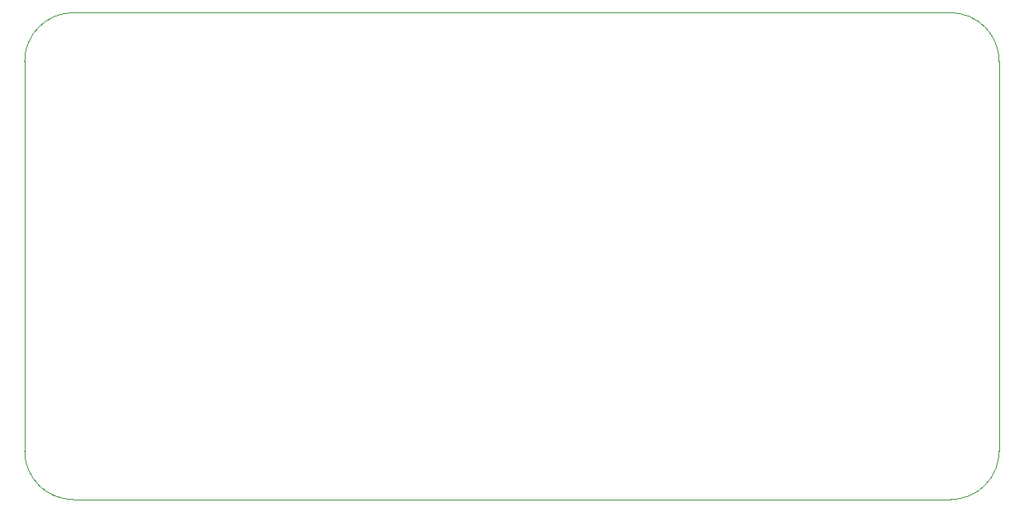
<source format=gbr>
%TF.GenerationSoftware,KiCad,Pcbnew,9.0.1*%
%TF.CreationDate,2025-06-19T22:00:47-04:00*%
%TF.ProjectId,fps555-v5.2,66707335-3535-42d7-9635-2e322e6b6963,rev?*%
%TF.SameCoordinates,Original*%
%TF.FileFunction,Profile,NP*%
%FSLAX46Y46*%
G04 Gerber Fmt 4.6, Leading zero omitted, Abs format (unit mm)*
G04 Created by KiCad (PCBNEW 9.0.1) date 2025-06-19 22:00:47*
%MOMM*%
%LPD*%
G01*
G04 APERTURE LIST*
%TA.AperFunction,Profile*%
%ADD10C,0.050000*%
%TD*%
G04 APERTURE END LIST*
D10*
X152453900Y-94899000D02*
G75*
G02*
X147453900Y-99899000I-5000000J0D01*
G01*
X52453900Y-54899000D02*
G75*
G02*
X57453900Y-49899000I5000000J0D01*
G01*
X147453900Y-49899000D02*
G75*
G02*
X152453900Y-54899000I0J-5000000D01*
G01*
X52453900Y-94899000D02*
X52453900Y-54899000D01*
X152453900Y-54899000D02*
X152453900Y-94899000D01*
X57453900Y-99899000D02*
G75*
G02*
X52453900Y-94899000I0J5000000D01*
G01*
X57453900Y-49899000D02*
X147453900Y-49899000D01*
X147453900Y-99899000D02*
X57453900Y-99899000D01*
M02*

</source>
